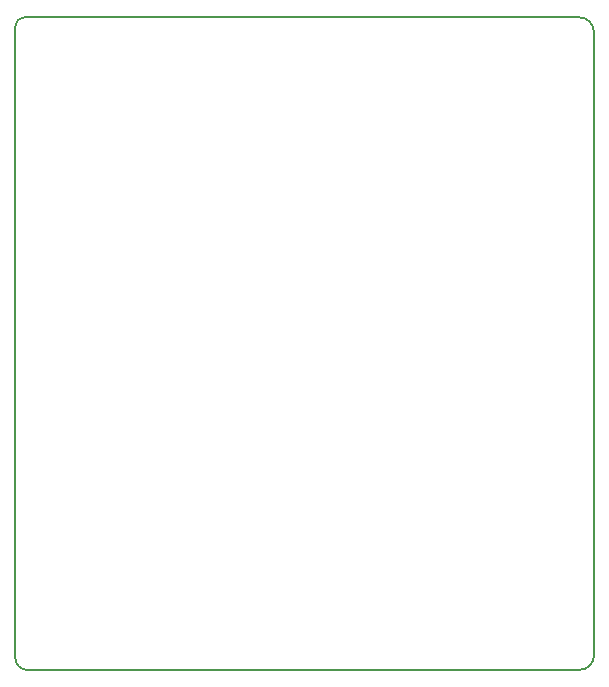
<source format=gm1>
%TF.GenerationSoftware,KiCad,Pcbnew,5.1.5+dfsg1-2build2*%
%TF.CreationDate,2021-01-24T18:32:34+01:00*%
%TF.ProjectId,PlacaDynamixel,506c6163-6144-4796-9e61-6d6978656c2e,rev?*%
%TF.SameCoordinates,Original*%
%TF.FileFunction,Profile,NP*%
%FSLAX46Y46*%
G04 Gerber Fmt 4.6, Leading zero omitted, Abs format (unit mm)*
G04 Created by KiCad (PCBNEW 5.1.5+dfsg1-2build2) date 2021-01-24 18:32:34*
%MOMM*%
%LPD*%
G04 APERTURE LIST*
%ADD10C,0.127000*%
G04 APERTURE END LIST*
D10*
X170350000Y-117400000D02*
G75*
G02X169100000Y-118650000I-1250000J0D01*
G01*
X122350000Y-118650000D02*
G75*
G02X121350000Y-117650000I0J1000000D01*
G01*
X121350000Y-64150000D02*
G75*
G02X122100000Y-63400000I750000J0D01*
G01*
X169100000Y-63400000D02*
G75*
G02X170350000Y-64650000I0J-1250000D01*
G01*
X170350000Y-117400000D02*
X170350000Y-64650000D01*
X122350000Y-118650000D02*
X169100000Y-118650000D01*
X121350000Y-64150000D02*
X121350000Y-117650000D01*
X169100000Y-63400000D02*
X122100000Y-63400000D01*
M02*

</source>
